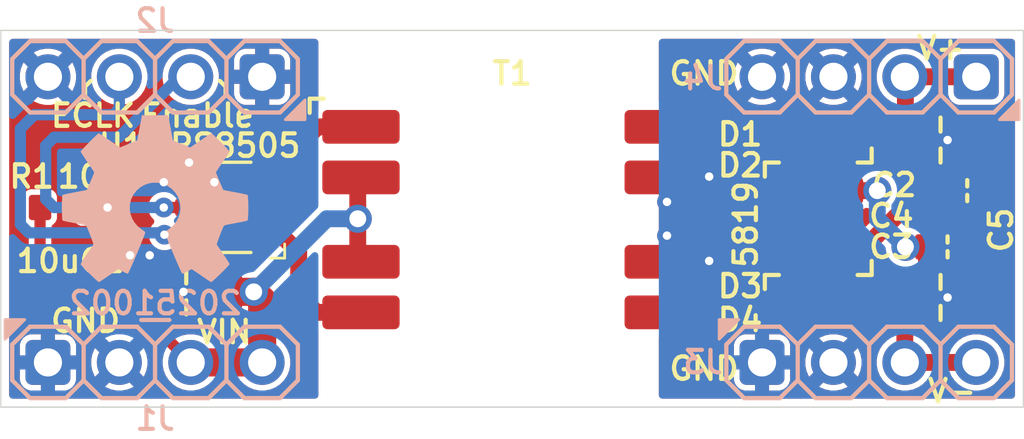
<source format=kicad_pcb>
(kicad_pcb (version 20241229) (generator "pcbnew") (generator_version "9.0")
  (layers (0 "F.Cu" mixed) (2 "B.Cu" mixed) (13 "F.Paste" user) (15 "B.Paste" user) (5 "F.SilkS" user "F.Silkscreen") (7 "B.SilkS" user "B.Silkscreen") (1 "F.Mask" user) (3 "B.Mask" user) (25 "Edge.Cuts" user))
  (net 0 "")
  (net 1 "GND")
  (net 2 "/VIN")
  (net 3 "/ExtClk")
  (net 4 "/Enable")
  (net 5 "/P1")
  (net 6 "/P2")
  (net 7 "/VOUT+")
  (net 8 "/VOUT-")
  (net 9 "Net-(D1-A)")
  (net 10 "Net-(D3-A)")
  (net 11 "GND1")
  (footprint "SquantorCapacitor:C_1206_0805" (layer "F.Cu") (at 163.83 84.8)
    (property "Reference" "C2" (at -1.65 1.6 0) (layer "F.SilkS") (effects (font (size 0.8 0.8))))
    (property "Value" "10u")
    (fp_line (start 0 -0.8) (end 0 -0.3) (stroke (width 0.15)) (layer "F.SilkS"))
    (fp_line (start 0 0.8) (end 0 0.3) (stroke (width 0.15)) (layer "F.SilkS"))
    (pad "1" smd roundrect (at -1.25 0) (size 1.5 1.6) (layers "F.Cu" "F.Mask" "F.Paste") (net 7 "/VOUT+"))
    (pad "2" smd roundrect (at 1.25 0) (size 1.5 1.6) (layers "F.Cu" "F.Mask" "F.Paste") (net 11 "GND1"))
  )
  (footprint "SquantorCapacitor:C_1206_0805" (layer "F.Cu") (at 163.83 90.4)
    (property "Reference" "C3" (at -1.75 -1.8 0) (layer "F.SilkS") (effects (font (size 0.8 0.8))))
    (property "Value" "10u")
    (fp_line (start 0 -0.8) (end 0 -0.3) (stroke (width 0.15)) (layer "F.SilkS"))
    (fp_line (start 0 0.8) (end 0 0.3) (stroke (width 0.15)) (layer "F.SilkS"))
    (pad "1" smd roundrect (at -1.25 0) (size 1.5 1.6) (layers "F.Cu" "F.Mask" "F.Paste") (net 8 "/VOUT-"))
    (pad "2" smd roundrect (at 1.25 0) (size 1.5 1.6) (layers "F.Cu" "F.Mask" "F.Paste") (net 11 "GND1"))
  )
  (footprint "SquantorCapacitor:C_0603" (layer "F.Cu") (at 164.78 86.6)
    (property "Reference" "C5" (at 1.2 1.4 90) (layer "F.SilkS") (effects (font (size 0.8 0.8))))
    (property "Value" "1u")
    (fp_line (start 0 -0.15) (end 0 -0.375) (stroke (width 0.15)) (layer "F.SilkS"))
    (fp_line (start 0 0.375) (end 0 0.15) (stroke (width 0.15)) (layer "F.SilkS"))
    (pad "1" smd roundrect (at -0.75 0) (size 0.8 0.9) (layers "F.Cu" "F.Mask" "F.Paste") (roundrect_rratio 0.125) (net 7 "/VOUT+"))
    (pad "2" smd roundrect (at 0.75 0) (size 0.8 0.9) (layers "F.Cu" "F.Mask" "F.Paste") (roundrect_rratio 0.125) (net 11 "GND1"))
  )
  (footprint "SquantorVPSC:T_2W_8pin_hand" (layer "F.Cu") (at 148.59 87.63)
    (property "Reference" "T1" (at 0 -5.2 0) (layer "F.SilkS") (effects (font (size 0.8 0.8))))
    (property "Value" "~")
    (fp_line (start -7.2 -4.3) (end -7.2 -3.8) (stroke (width 0.15)) (layer "F.SilkS"))
    (fp_line (start -7.2 -4.3) (end -6.7 -4.3) (stroke (width 0.15)) (layer "F.SilkS"))
    (pad "1" smd roundrect (at -5.375 -3.3) (size 2.75 1.2) (layers "F.Cu" "F.Mask" "F.Paste") (roundrect_rratio 0.15) (net 6 "/P2"))
    (pad "2" smd roundrect (at -5.375 -1.5) (size 2.75 1.2) (layers "F.Cu" "F.Mask" "F.Paste") (roundrect_rratio 0.15) (net 2 "/VIN"))
    (pad "3" smd roundrect (at -5.375 1.5) (size 2.75 1.2) (layers "F.Cu" "F.Mask" "F.Paste") (roundrect_rratio 0.15) (net 2 "/VIN"))
    (pad "4" smd roundrect (at -5.375 3.3) (size 2.75 1.2) (layers "F.Cu" "F.Mask" "F.Paste") (roundrect_rratio 0.15) (net 5 "/P1"))
    (pad "5" smd roundrect (at 5.375 3.3) (size 2.75 1.2) (layers "F.Cu" "F.Mask" "F.Paste") (roundrect_rratio 0.15) (net 10 "Net-(D3-A)"))
    (pad "6" smd roundrect (at 5.375 1.5) (size 2.75 1.2) (layers "F.Cu" "F.Mask" "F.Paste") (roundrect_rratio 0.15) (net 11 "GND1"))
    (pad "7" smd roundrect (at 5.375 -1.5) (size 2.75 1.2) (layers "F.Cu" "F.Mask" "F.Paste") (roundrect_rratio 0.15) (net 11 "GND1"))
    (pad "8" smd roundrect (at 5.375 -3.3) (size 2.75 1.2) (layers "F.Cu" "F.Mask" "F.Paste") (roundrect_rratio 0.15) (net 9 "Net-(D1-A)"))
  )
  (footprint "SquantorDiodes:SOD-323HE-shikues" (layer "F.Cu") (at 159.48 90.6)
    (property "Reference" "D4" (at -2.78 0.6 0) (layer "F.SilkS") (effects (font (size 0.8 0.8))))
    (property "Value" "5819")
    (fp_line (start -1.9 -1) (end -1.9 -0.5) (stroke (width 0.15)) (layer "F.SilkS"))
    (fp_line (start -1.9 -1) (end -1.4 -1) (stroke (width 0.15)) (layer "F.SilkS"))
    (pad "1" smd roundrect (at -0.675 0) (size 1.85 1.1) (layers "F.Cu" "F.Mask" "F.Paste") (roundrect_rratio 0.2) (net 10 "Net-(D3-A)"))
    (pad "2" smd roundrect (at 1.15 0) (size 0.9 1) (layers "F.Cu" "F.Mask" "F.Paste") (roundrect_rratio 0.2) (net 8 "/VOUT-"))
  )
  (footprint "SquantorDiodes:SOD-323HE-shikues" (layer "F.Cu") (at 159.48 88.6 180)
    (property "Reference" "D3" (at 2.78 -1.4 0) (layer "F.SilkS") (effects (font (size 0.8 0.8))))
    (property "Value" "5819")
    (fp_line (start -1.9 -1) (end -1.4 -1) (stroke (width 0.15)) (layer "F.SilkS"))
    (fp_line (start -1.9 -1) (end -1.9 -0.5) (stroke (width 0.15)) (layer "F.SilkS"))
    (pad "1" smd roundrect (at -0.675 0 180) (size 1.85 1.1) (layers "F.Cu" "F.Mask" "F.Paste") (roundrect_rratio 0.2) (net 7 "/VOUT+"))
    (pad "2" smd roundrect (at 1.15 0 180) (size 0.9 1) (layers "F.Cu" "F.Mask" "F.Paste") (roundrect_rratio 0.2) (net 10 "Net-(D3-A)"))
  )
  (footprint "SquantorResistor:R_0603_hand" (layer "F.Cu") (at 132.7 87.2)
    (property "Reference" "R1" (at -1.2 -1.1 0) (layer "F.SilkS") (effects (font (size 0.8 0.8))))
    (property "Value" "10K" (at 0.9 -1.1 0) (layer "F.SilkS") (effects (font (size 0.8 0.8))))
    (fp_line (start 0 -0.2) (end 0 0.2) (stroke (width 0.15)) (layer "F.SilkS"))
    (pad "1" smd roundrect (at -0.9 0) (size 0.8 0.9) (layers "F.Cu" "F.Mask" "F.Paste") (roundrect_rratio 0.1428571429) (net 2 "/VIN"))
    (pad "2" smd roundrect (at 0.9 0) (size 0.8 0.9) (layers "F.Cu" "F.Mask" "F.Paste") (roundrect_rratio 0.1428571429) (net 4 "/Enable"))
  )
  (footprint "SquantorCapacitor:C_1206_0805" (layer "F.Cu") (at 137 90.2)
    (property "Reference" "C1" (at -3 -1.1 0) (layer "F.SilkS") (effects (font (size 0.8 0.8))))
    (property "Value" "10u" (at -4.9 -1.1 0) (layer "F.SilkS") (effects (font (size 0.8 0.8))))
    (fp_line (start 0 -0.8) (end 0 -0.3) (stroke (width 0.15)) (layer "F.SilkS"))
    (fp_line (start 0 0.8) (end 0 0.3) (stroke (width 0.15)) (layer "F.SilkS"))
    (pad "1" smd roundrect (at -1.25 0) (size 1.5 1.6) (layers "F.Cu" "F.Mask" "F.Paste") (net 1 "GND"))
    (pad "2" smd roundrect (at 1.25 0) (size 1.5 1.6) (layers "F.Cu" "F.Mask" "F.Paste") (net 2 "/VIN"))
  )
  (footprint "SquantorDiodes:SOD-323HE-shikues" (layer "F.Cu") (at 159.48 86.6)
    (property "Reference" "D2" (at -2.78 -0.9 0) (layer "F.SilkS") (effects (font (size 0.8 0.8))))
    (property "Value" "5819" (at -2.58 1.2 90) (layer "F.SilkS") (effects (font (size 0.8 0.8))))
    (fp_line (start -1.9 -1) (end -1.9 -0.5) (stroke (width 0.15)) (layer "F.SilkS"))
    (fp_line (start -1.9 -1) (end -1.4 -1) (stroke (width 0.15)) (layer "F.SilkS"))
    (pad "1" smd roundrect (at -0.675 0) (size 1.85 1.1) (layers "F.Cu" "F.Mask" "F.Paste") (roundrect_rratio 0.2) (net 9 "Net-(D1-A)"))
    (pad "2" smd roundrect (at 1.15 0) (size 0.9 1) (layers "F.Cu" "F.Mask" "F.Paste") (roundrect_rratio 0.2) (net 8 "/VOUT-"))
  )
  (footprint "SquantorIC:SOT23-6-HAND" (layer "F.Cu") (at 138.4 87.2 180)
    (property "Reference" "U1" (at 3.7 2.2 0) (layer "F.SilkS") (effects (font (size 0.8 0.8))))
    (property "Value" "VPS8505" (at 0 2.2 0) (layer "F.SilkS") (effects (font (size 0.8 0.8))))
    (fp_line (start 0.9 -1.6) (end -0.9 -1.6) (stroke (width 0.12)) (layer "F.SilkS"))
    (fp_line (start -0.9 1.61) (end 0.9 1.61) (stroke (width 0.12)) (layer "F.SilkS"))
    (fp_line (start -2.1 -1.8) (end -1.6 -1.8) (stroke (width 0.1)) (layer "F.SilkS"))
    (fp_line (start -2.1 -1.8) (end -2.1 -1.3) (stroke (width 0.1)) (layer "F.SilkS"))
    (pad "1" smd roundrect (at -1.2 -0.95 180) (size 1.2 0.65) (layers "F.Cu" "F.Mask" "F.Paste") (roundrect_rratio 0.2) (net 5 "/P1"))
    (pad "2" smd roundrect (at -1.2 0 180) (size 1.2 0.65) (layers "F.Cu" "F.Mask" "F.Paste") (roundrect_rratio 0.2) (net 2 "/VIN"))
    (pad "3" smd roundrect (at -1.2 0.95 180) (size 1.2 0.65) (layers "F.Cu" "F.Mask" "F.Paste") (roundrect_rratio 0.2) (net 6 "/P2"))
    (pad "4" smd roundrect (at 1.2 0.95 180) (size 1.2 0.65) (layers "F.Cu" "F.Mask" "F.Paste") (roundrect_rratio 0.2) (net 1 "GND"))
    (pad "5" smd roundrect (at 1.2 0 180) (size 1.2 0.65) (layers "F.Cu" "F.Mask" "F.Paste") (roundrect_rratio 0.2) (net 4 "/Enable"))
    (pad "6" smd roundrect (at 1.2 -0.95 180) (size 1.2 0.65) (layers "F.Cu" "F.Mask" "F.Paste") (roundrect_rratio 0.2) (net 3 "/ExtClk"))
  )
  (footprint "SquantorCapacitor:C_0603" (layer "F.Cu") (at 164.08 88.6)
    (property "Reference" "C4" (at -2 -1.1 0) (layer "F.SilkS") (effects (font (size 0.8 0.8))))
    (property "Value" "1u")
    (fp_line (start 0 -0.15) (end 0 -0.375) (stroke (width 0.15)) (layer "F.SilkS"))
    (fp_line (start 0 0.375) (end 0 0.15) (stroke (width 0.15)) (layer "F.SilkS"))
    (pad "1" smd roundrect (at -0.75 0) (size 0.8 0.9) (layers "F.Cu" "F.Mask" "F.Paste") (roundrect_rratio 0.125) (net 8 "/VOUT-"))
    (pad "2" smd roundrect (at 0.75 0) (size 0.8 0.9) (layers "F.Cu" "F.Mask" "F.Paste") (roundrect_rratio 0.125) (net 11 "GND1"))
  )
  (footprint "SquantorDiodes:SOD-323HE-shikues" (layer "F.Cu") (at 159.48 84.6 180)
    (property "Reference" "D1" (at 2.78 0 0) (layer "F.SilkS") (effects (font (size 0.8 0.8))))
    (property "Value" "5819")
    (fp_line (start -1.9 -1) (end -1.4 -1) (stroke (width 0.15)) (layer "F.SilkS"))
    (fp_line (start -1.9 -1) (end -1.9 -0.5) (stroke (width 0.15)) (layer "F.SilkS"))
    (pad "1" smd roundrect (at -0.675 0 180) (size 1.85 1.1) (layers "F.Cu" "F.Mask" "F.Paste") (roundrect_rratio 0.2) (net 7 "/VOUT+"))
    (pad "2" smd roundrect (at 1.15 0 180) (size 0.9 1) (layers "F.Cu" "F.Mask" "F.Paste") (roundrect_rratio 0.2) (net 9 "Net-(D1-A)"))
  )
  (footprint "SquantorLabels:Label_Generic" (layer "B.Cu") (at 135.9 90.6 180)
    (property "Reference" "N1" (hide yes))
    (property "Value" "20251002" (at 0 0 0) (layer "B.SilkS") (effects (font (size 0.8 0.8)) (justify mirror)))
    (fp_line (start -0.5 -0.6) (end 0.5 -0.6) (stroke (width 0.15)) (layer "B.SilkS"))
  )
  (footprint "Symbol:OSHW-Symbol_6.7x6mm_SilkScreen" (layer "B.Cu") (at 135.9 86.9 180)
    (property "Reference" "N2" (hide yes))
    (property "Value" "OHWLOGO" (hide yes))
    (fp_poly (pts (xy 0.555814 2.531069) (xy 0.639635 2.086445) (xy 0.94892 1.958947) (xy 1.258206 1.831449) (xy 1.629246 2.083754) (xy 1.733157 2.154004) (xy 1.827087 2.216728) (xy 1.906652 2.269062) (xy 1.96747 2.308143) (xy 2.005157 2.331107) (xy 2.015421 2.336058) (xy 2.03391 2.323324) (xy 2.07342 2.288118) (xy 2.129522 2.234938) (xy 2.197787 2.168282) (xy 2.273786 2.092646) (xy 2.353092 2.012528) (xy 2.431275 1.932426) (xy 2.503907 1.856836) (xy 2.566559 1.790255) (xy 2.614803 1.737182) (xy 2.64421 1.702113) (xy 2.651241 1.690377) (xy 2.641123 1.66874) (xy 2.612759 1.621338) (xy 2.569129 1.552807) (xy 2.513218 1.467785) (xy 2.448006 1.370907) (xy 2.410219 1.31565) (xy 2.341343 1.214752) (xy 2.28014 1.123701) (xy 2.229578 1.04703) (xy 2.192628 0.989272) (xy 2.172258 0.954957) (xy 2.169197 0.947746) (xy 2.176136 0.927252) (xy 2.195051 0.879487) (xy 2.223087 0.811168) (xy 2.257391 0.729011) (xy 2.295109 0.63973) (xy 2.333387 0.550042) (xy 2.36937 0.466662) (xy 2.400206 0.396306) (xy 2.423039 0.34569) (xy 2.435017 0.321529) (xy 2.435724 0.320578) (xy 2.454531 0.315964) (xy 2.504618 0.305672) (xy 2.580793 0.290713) (xy 2.677865 0.272099) (xy 2.790643 0.250841) (xy 2.856442 0.238582) (xy 2.97695 0.215638) (xy 3.085797 0.193805) (xy 3.177476 0.174278) (xy 3.246481 0.158252) (xy 3.287304 0.146921) (xy 3.295511 0.143326) (xy 3.303548 0.118994) (xy 3.310033 0.064041) (xy 3.31497 -0.015108) (xy 3.318364 -0.112026) (xy 3.320218 -0.220287) (xy 3.320538 -0.333465) (xy 3.319327 -0.445135) (xy 3.31659 -0.548868) (xy 3.312331 -0.638241) (xy 3.306555 -0.706826) (xy 3.299267 -0.748197) (xy 3.294895 -0.75681) (xy 3.268764 -0.767133) (xy 3.213393 -0.781892) (xy 3.136107 -0.799352) (xy 3.04423 -0.81778) (xy 3.012158 -0.823741) (xy 2.857524 -0.852066) (xy 2.735375 -0.874876) (xy 2.641673 -0.89308) (xy 2.572384 -0.907583) (xy 2.523471 -0.919292) (xy 2.490897 -0.929115) (xy 2.470628 -0.937956) (xy 2.458626 -0.946724) (xy 2.456947 -0.948457) (xy 2.440184 -0.976371) (xy 2.414614 -1.030695) (xy 2.382788 -1.104777) (xy 2.34726 -1.191965) (xy 2.310583 -1.285608) (xy 2.275311 -1.379052) (xy 2.243996 -1.465647) (xy 2.219193 -1.53874) (xy 2.203454 -1.591678) (xy 2.199332 -1.617811) (xy 2.199676 -1.618726) (xy 2.213641 -1.640086) (xy 2.245322 -1.687084) (xy 2.291391 -1.754827) (xy 2.348518 -1.838423) (xy 2.413373 -1.932982) (xy 2.431843 -1.959854) (xy 2.497699 -2.057275) (xy 2.55565 -2.146163) (xy 2.602538 -2.221412) (xy 2.635207 -2.27792) (xy 2.6505 -2.310581) (xy 2.651241 -2.314593) (xy 2.638392 -2.335684) (xy 2.602888 -2.377464) (xy 2.549293 -2.435445) (xy 2.482171 -2.505135) (xy 2.406087 -2.582045) (xy 2.325604 -2.661683) (xy 2.245287 -2.739561) (xy 2.169699 -2.811186) (xy 2.103405 -2.87207) (xy 2.050969 -2.917721) (xy 2.016955 -2.94365) (xy 2.007545 -2.947883) (xy 1.985643 -2.937912) (xy 1.9408 -2.91102) (xy 1.880321 -2.871736) (xy 1.833789 -2.840117) (xy 1.749475 -2.782098) (xy 1.649626 -2.713784) (xy 1.549473 -2.645579) (xy 1.495627 -2.609075) (xy 1.313371 -2.4858) (xy 1.160381 -2.56852) (xy 1.090682 -2.604759) (xy 1.031414 -2.632926) (xy 0.991311 -2.648991) (xy 0.981103 -2.651226) (xy 0.968829 -2.634722) (xy 0.944613 -2.588082) (xy 0.910263 -2.515609) (xy 0.867588 -2.421606) (xy 0.818394 -2.310374) (xy 0.76449 -2.186215) (xy 0.707684 -2.053432) (xy 0.649782 -1.916327) (xy 0.592593 -1.779202) (xy 0.537924 -1.646358) (xy 0.487584 -1.522098) (xy 0.44338 -1.410725) (xy 0.407119 -1.316539) (xy 0.380609 -1.243844) (xy 0.365658 -1.196941) (xy 0.363254 -1.180833) (xy 0.382311 -1.160286) (xy 0.424036 -1.126933) (xy 0.479706 -1.087702) (xy 0.484378 -1.084599) (xy 0.628264 -0.969423) (xy 0.744283 -0.835053) (xy 0.83143 -0.685784) (xy 0.888699 -0.525913) (xy 0.915086 -0.359737) (xy 0.909585 -0.191552) (xy 0.87119 -0.025655) (xy 0.798895 0.133658) (xy 0.777626 0.168513) (xy 0.666996 0.309263) (xy 0.536302 0.422286) (xy 0.390064 0.506997) (xy 0.232808 0.562806) (xy 0.069057 0.589126) (xy -0.096667 0.58537) (xy -0.259838 0.55095) (xy -0.415935 0.485277) (xy -0.560433 0.387765) (xy -0.605131 0.348187) (xy -0.718888 0.224297) (xy -0.801782 0.093876) (xy -0.858644 -0.052315) (xy -0.890313 -0.197088) (xy -0.898131 -0.35986) (xy -0.872062 -0.52344) (xy -0.814755 -0.682298) (xy -0.728856 -0.830906) (xy -0.617014 -0.963735) (xy -0.481877 -1.075256) (xy -0.464117 -1.087011) (xy -0.40785 -1.125508) (xy -0.365077 -1.158863) (xy -0.344628 -1.18016) (xy -0.344331 -1.180833) (xy -0.348721 -1.203871) (xy -0.366124 -1.256157) (xy -0.394732 -1.33339) (xy -0.432735 -1.431268) (xy -0.478326 -1.545491) (xy -0.529697 -1.671758) (xy -0.585038 -1.805767) (xy -0.642542 -1.943218) (xy -0.700399 -2.079808) (xy -0.756802 -2.211237) (xy -0.809942 -2.333205) (xy -0.85801 -2.441409) (xy -0.899199 -2.531549) (xy -0.931699 -2.599323) (xy -0.953703 -2.64043) (xy -0.962564 -2.651226) (xy -0.98964 -2.642819) (xy -1.040303 -2.620272) (xy -1.105817 -2.587613) (xy -1.141841 -2.56852) (xy -1.294832 -2.4858) (xy -1.477088 -2.609075) (xy -1.570125 -2.672228) (xy -1.671985 -2.741727) (xy -1.767438 -2.807165) (xy -1.81525 -2.840117) (xy -1.882495 -2.885273) (xy -1.939436 -2.921057) (xy -1.978646 -2.942938) (xy -1.991381 -2.947563) (xy -2.009917 -2.935085) (xy -2.050941 -2.900252) (xy -2.110475 -2.846678) (xy -2.184542 -2.777983) (xy -2.269165 -2.697781) (xy -2.322685 -2.646286) (xy -2.416319 -2.554286) (xy -2.497241 -2.471999) (xy -2.562177 -2.402945) (xy -2.607858 -2.350644) (xy -2.631011 -2.318616) (xy -2.633232 -2.312116) (xy -2.622924 -2.287394) (xy -2.594439 -2.237405) (xy -2.550937 -2.167212) (xy -2.495577 -2.081875) (xy -2.43152 -1.986456) (xy -2.413303 -1.959854) (xy -2.346927 -1.863167) (xy -2.287378 -1.776117) (xy -2.237984 -1.703595) (xy -2.202075 -1.650493) (xy -2.182981 -1.621703) (xy -2.181136 -1.618726) (xy -2.183895 -1.595782) (xy -2.198538 -1.545336) (xy -2.222513 -1.474041) (xy -2.253266 -1.388547) (xy -2.288244 -1.295507) (xy -2.324893 -1.201574) (xy -2.360661 -1.113399) (xy -2.392994 -1.037634) (xy -2.419338 -0.980931) (xy -2.437142 -0.949943) (xy -2.438407 -0.948457) (xy -2.449294 -0.939601) (xy -2.467682 -0.930843) (xy -2.497606 -0.921277) (xy -2.543103 -0.909996) (xy -2.608209 -0.896093) (xy -2.696961 -0.878663) (xy -2.813393 -0.856798) (xy -2.961542 -0.829591) (xy -2.993618 -0.823741) (xy -3.088686 -0.805374) (xy -3.171565 -0.787405) (xy -3.23493 -0.771569) (xy -3.271458 -0.7596) (xy -3.276356 -0.75681) (xy -3.284427 -0.732072) (xy -3.290987 -0.67679) (xy -3.296033 -0.597389) (xy -3.299559 -0.500296) (xy -3.301561 -0.391938) (xy -3.302036 -0.27874) (xy -3.300977 -0.167128) (xy -3.298382 -0.063529) (xy -3.294246 0.025632) (xy -3.288563 0.093928) (xy -3.281331 0.134934) (xy -3.276971 0.143326) (xy -3.252698 0.151792) (xy -3.197426 0.165565) (xy -3.116662 0.18345) (xy -3.015912 0.204252) (xy -2.900683 0.226777) (xy -2.837902 0.238582) (xy -2.718787 0.260849) (xy -2.612565 0.281021) (xy -2.524427 0.298085) (xy -2.459566 0.311031) (xy -2.423174 0.318845) (xy -2.417184 0.320578) (xy -2.407061 0.34011) (xy -2.385662 0.387157) (xy -2.355839 0.454997) (xy -2.320445 0.536909) (xy -2.282332 0.626172) (xy -2.244353 0.716065) (xy -2.20936 0.799865) (xy -2.180206 0.870853) (xy -2.159743 0.922306) (xy -2.150823 0.947503) (xy -2.150657 0.948604) (xy -2.160769 0.968481) (xy -2.189117 1.014223) (xy -2.232723 1.081283) (xy -2.288606 1.165116) (xy -2.353787 1.261174) (xy -2.391679 1.31635) (xy -2.460725 1.417519) (xy -2.52205 1.50937) (xy -2.572663 1.587256) (xy -2.609571 1.646531) (xy -2.629782 1.682549) (xy -2.632701 1.690623) (xy -2.620153 1.709416) (xy -2.585463 1.749543) (xy -2.533063 1.806507) (xy -2.467384 1.875815) (xy -2.392856 1.952969) (xy -2.313913 2.033475) (xy -2.234983 2.112837) (xy -2.1605 2.18656) (xy -2.094894 2.250148) (xy -2.042596 2.299106) (xy -2.008039 2.328939) (xy -1.996478 2.336058) (xy -1.977654 2.326047) (xy -1.932631 2.297922) (xy -1.865787 2.254546) (xy -1.781499 2.198782) (xy -1.684144 2.133494) (xy -1.610707 2.083754) (xy -1.239667 1.831449) (xy -0.621095 2.086445) (xy -0.537275 2.531069) (xy -0.453454 2.975693) (xy 0.471994 2.975693) (xy 0.555814 2.531069)) (stroke (width 0.01)) (fill yes) (layer "B.SilkS"))
  )
  (footprint "SquantorConnectors:Header-0254-1X04-H010" (layer "B.Cu") (at 161.29 92.71)
    (property "Reference" "J3" (at -5.91 -0.01 0) (layer "B.SilkS") (effects (font (size 0.8 0.8) (thickness 0.15) (bold yes)) (justify mirror)))
    (property "Value" "Conn_01x04")
    (fp_line (start -5.08 -0.635) (end -4.445 -1.27) (stroke (width 0.1524)) (layer "B.SilkS"))
    (fp_line (start -5.08 0.635) (end -5.08 -0.635) (stroke (width 0.1524)) (layer "B.SilkS"))
    (fp_line (start -4.445 1.27) (end -5.08 0.635) (stroke (width 0.1524)) (layer "B.SilkS"))
    (fp_line (start -4.445 1.27) (end -3.175 1.27) (stroke (width 0.1524)) (layer "B.SilkS"))
    (fp_line (start -3.175 -1.27) (end -4.445 -1.27) (stroke (width 0.1524)) (layer "B.SilkS"))
    (fp_line (start -3.175 1.27) (end -2.54 0.635) (stroke (width 0.1524)) (layer "B.SilkS"))
    (fp_line (start -2.54 -0.635) (end -3.175 -1.27) (stroke (width 0.1524)) (layer "B.SilkS"))
    (fp_line (start -2.54 0.635) (end -2.54 -0.635) (stroke (width 0.1524)) (layer "B.SilkS"))
    (fp_line (start -2.54 0.635) (end -1.905 1.27) (stroke (width 0.1524)) (layer "B.SilkS"))
    (fp_line (start -1.905 -1.27) (end -2.54 -0.635) (stroke (width 0.1524)) (layer "B.SilkS"))
    (fp_line (start -1.905 1.27) (end -0.635 1.27) (stroke (width 0.1524)) (layer "B.SilkS"))
    (fp_line (start -0.635 -1.27) (end -1.905 -1.27) (stroke (width 0.1524)) (layer "B.SilkS"))
    (fp_line (start -0.635 1.27) (end 0 0.635) (stroke (width 0.1524)) (layer "B.SilkS"))
    (fp_line (start 0 -0.635) (end -0.635 -1.27) (stroke (width 0.1524)) (layer "B.SilkS"))
    (fp_line (start 0 0.635) (end 0 -0.635) (stroke (width 0.1524)) (layer "B.SilkS"))
    (fp_line (start 0 0.635) (end 0.635 1.27) (stroke (width 0.1524)) (layer "B.SilkS"))
    (fp_line (start 0.635 -1.27) (end 0 -0.635) (stroke (width 0.1524)) (layer "B.SilkS"))
    (fp_line (start 0.635 1.27) (end 1.905 1.27) (stroke (width 0.1524)) (layer "B.SilkS"))
    (fp_line (start 1.905 -1.27) (end 0.635 -1.27) (stroke (width 0.1524)) (layer "B.SilkS"))
    (fp_line (start 1.905 1.27) (end 2.54 0.635) (stroke (width 0.1524)) (layer "B.SilkS"))
    (fp_line (start 2.54 -0.635) (end 1.905 -1.27) (stroke (width 0.1524)) (layer "B.SilkS"))
    (fp_line (start 2.54 -0.635) (end 3.175 -1.27) (stroke (width 0.1524)) (layer "B.SilkS"))
    (fp_line (start 2.54 0.635) (end 2.54 -0.635) (stroke (width 0.1524)) (layer "B.SilkS"))
    (fp_line (start 3.175 1.27) (end 2.54 0.635) (stroke (width 0.1524)) (layer "B.SilkS"))
    (fp_line (start 3.175 1.27) (end 4.445 1.27) (stroke (width 0.1524)) (layer "B.SilkS"))
    (fp_line (start 4.445 -1.27) (end 3.175 -1.27) (stroke (width 0.1524)) (layer "B.SilkS"))
    (fp_line (start 4.445 1.27) (end 5.08 0.635) (stroke (width 0.1524)) (layer "B.SilkS"))
    (fp_line (start 5.08 -0.635) (end 4.445 -1.27) (stroke (width 0.1524)) (layer "B.SilkS"))
    (fp_line (start 5.08 0.635) (end 5.08 -0.635) (stroke (width 0.1524)) (layer "B.SilkS"))
    (fp_poly (pts (xy -5.334 -0.8255) (xy -5.334 -1.524) (xy -4.6355 -1.524)) (stroke (width 0.1)) (fill yes) (layer "B.SilkS"))
    (pad "1" thru_hole roundrect (at -3.81 0 180) (size 1.6 1.6) (drill 1) (layers "*.Cu" "*.Mask") (roundrect_rratio 0.15) (net 11 "GND1"))
    (pad "2" thru_hole circle (at -1.27 0 180) (size 1.6 1.6) (drill 1) (layers "*.Cu" "*.Mask") (net 11 "GND1"))
    (pad "3" thru_hole circle (at 1.27 0 180) (size 1.6 1.6) (drill 1) (layers "*.Cu" "*.Mask") (net 8 "/VOUT-"))
    (pad "4" thru_hole circle (at 3.81 0 180) (size 1.6 1.6) (drill 1) (layers "*.Cu" "*.Mask") (net 8 "/VOUT-"))
  )
  (footprint "SquantorConnectors:Header-0254-1X04-H010" (layer "B.Cu") (at 135.89 82.55 180)
    (property "Reference" "J2" (at 0 2 0) (layer "B.SilkS") (effects (font (size 0.8 0.8) (thickness 0.15) (bold yes)) (justify mirror)))
    (property "Value" "Conn_01x04")
    (fp_line (start 5.08 0.635) (end 5.08 -0.635) (stroke (width 0.1524)) (layer "B.SilkS"))
    (fp_line (start 5.08 -0.635) (end 4.445 -1.27) (stroke (width 0.1524)) (layer "B.SilkS"))
    (fp_line (start 4.445 1.27) (end 5.08 0.635) (stroke (width 0.1524)) (layer "B.SilkS"))
    (fp_line (start 4.445 -1.27) (end 3.175 -1.27) (stroke (width 0.1524)) (layer "B.SilkS"))
    (fp_line (start 3.175 1.27) (end 4.445 1.27) (stroke (width 0.1524)) (layer "B.SilkS"))
    (fp_line (start 3.175 1.27) (end 2.54 0.635) (stroke (width 0.1524)) (layer "B.SilkS"))
    (fp_line (start 2.54 0.635) (end 2.54 -0.635) (stroke (width 0.1524)) (layer "B.SilkS"))
    (fp_line (start 2.54 -0.635) (end 3.175 -1.27) (stroke (width 0.1524)) (layer "B.SilkS"))
    (fp_line (start 2.54 -0.635) (end 1.905 -1.27) (stroke (width 0.1524)) (layer "B.SilkS"))
    (fp_line (start 1.905 1.27) (end 2.54 0.635) (stroke (width 0.1524)) (layer "B.SilkS"))
    (fp_line (start 1.905 -1.27) (end 0.635 -1.27) (stroke (width 0.1524)) (layer "B.SilkS"))
    (fp_line (start 0.635 1.27) (end 1.905 1.27) (stroke (width 0.1524)) (layer "B.SilkS"))
    (fp_line (start 0.635 -1.27) (end 0 -0.635) (stroke (width 0.1524)) (layer "B.SilkS"))
    (fp_line (start 0 0.635) (end 0.635 1.27) (stroke (width 0.1524)) (layer "B.SilkS"))
    (fp_line (start 0 0.635) (end 0 -0.635) (stroke (width 0.1524)) (layer "B.SilkS"))
    (fp_line (start 0 -0.635) (end -0.635 -1.27) (stroke (width 0.1524)) (layer "B.SilkS"))
    (fp_line (start -0.635 1.27) (end 0 0.635) (stroke (width 0.1524)) (layer "B.SilkS"))
    (fp_line (start -0.635 -1.27) (end -1.905 -1.27) (stroke (width 0.1524)) (layer "B.SilkS"))
    (fp_line (start -1.905 1.27) (end -0.635 1.27) (stroke (width 0.1524)) (layer "B.SilkS"))
    (fp_line (start -1.905 -1.27) (end -2.54 -0.635) (stroke (width 0.1524)) (layer "B.SilkS"))
    (fp_line (start -2.54 0.635) (end -1.905 1.27) (stroke (width 0.1524)) (layer "B.SilkS"))
    (fp_line (start -2.54 0.635) (end -2.54 -0.635) (stroke (width 0.1524)) (layer "B.SilkS"))
    (fp_line (start -2.54 -0.635) (end -3.175 -1.27) (stroke (width 0.1524)) (layer "B.SilkS"))
    (fp_line (start -3.175 1.27) (end -2.54 0.635) (stroke (width 0.1524)) (layer "B.SilkS"))
    (fp_line (start -3.175 -1.27) (end -4.445 -1.27) (stroke (width 0.1524)) (layer "B.SilkS"))
    (fp_line (start -4.445 1.27) (end -3.175 1.27) (stroke (width 0.1524)) (layer "B.SilkS"))
    (fp_line (start -4.445 1.27) (end -5.08 0.635) (stroke (width 0.1524)) (layer "B.SilkS"))
    (fp_line (start -5.08 0.635) (end -5.08 -0.635) (stroke (width 0.1524)) (layer "B.SilkS"))
    (fp_line (start -5.08 -0.635) (end -4.445 -1.27) (stroke (width 0.1524)) (layer "B.SilkS"))
    (fp_poly (pts (xy -5.334 -0.8255) (xy -5.334 -1.524) (xy -4.6355 -1.524)) (stroke (width 0.1)) (fill yes) (layer "B.SilkS"))
    (pad "1" thru_hole roundrect (at -3.81 0) (size 1.6 1.6) (drill 1) (layers "*.Cu" "*.Mask") (roundrect_rratio 0.15) (net 1 "GND"))
    (pad "2" thru_hole circle (at -1.27 0) (size 1.6 1.6) (drill 1) (layers "*.Cu" "*.Mask") (net 4 "/Enable"))
    (pad "3" thru_hole circle (at 1.27 0) (size 1.6 1.6) (drill 1) (layers "*.Cu" "*.Mask") (net 3 "/ExtClk"))
    (pad "4" thru_hole circle (at 3.81 0) (size 1.6 1.6) (drill 1) (layers "*.Cu" "*.Mask") (net 1 "GND"))
  )
  (footprint "SquantorConnectors:Header-0254-1X04-H010" (layer "B.Cu") (at 135.89 92.71)
    (property "Reference" "J1" (at 0 2 180) (layer "B.SilkS") (effects (font (size 0.8 0.8) (thickness 0.15) (bold yes)) (justify mirror)))
    (property "Value" "Conn_01x04")
    (fp_line (start -5.08 -0.635) (end -4.445 -1.27) (stroke (width 0.1524)) (layer "B.SilkS"))
    (fp_line (start -5.08 0.635) (end -5.08 -0.635) (stroke (width 0.1524)) (layer "B.SilkS"))
    (fp_line (start -4.445 1.27) (end -5.08 0.635) (stroke (width 0.1524)) (layer "B.SilkS"))
    (fp_line (start -4.445 1.27) (end -3.175 1.27) (stroke (width 0.1524)) (layer "B.SilkS"))
    (fp_line (start -3.175 -1.27) (end -4.445 -1.27) (stroke (width 0.1524)) (layer "B.SilkS"))
    (fp_line (start -3.175 1.27) (end -2.54 0.635) (stroke (width 0.1524)) (layer "B.SilkS"))
    (fp_line (start -2.54 -0.635) (end -3.175 -1.27) (stroke (width 0.1524)) (layer "B.SilkS"))
    (fp_line (start -2.54 0.635) (end -2.54 -0.635) (stroke (width 0.1524)) (layer "B.SilkS"))
    (fp_line (start -2.54 0.635) (end -1.905 1.27) (stroke (width 0.1524)) (layer "B.SilkS"))
    (fp_line (start -1.905 -1.27) (end -2.54 -0.635) (stroke (width 0.1524)) (layer "B.SilkS"))
    (fp_line (start -1.905 1.27) (end -0.635 1.27) (stroke (width 0.1524)) (layer "B.SilkS"))
    (fp_line (start -0.635 -1.27) (end -1.905 -1.27) (stroke (width 0.1524)) (layer "B.SilkS"))
    (fp_line (start -0.635 1.27) (end 0 0.635) (stroke (width 0.1524)) (layer "B.SilkS"))
    (fp_line (start 0 -0.635) (end -0.635 -1.27) (stroke (width 0.1524)) (layer "B.SilkS"))
    (fp_line (start 0 0.635) (end 0 -0.635) (stroke (width 0.1524)) (layer "B.SilkS"))
    (fp_line (start 0 0.635) (end 0.635 1.27) (stroke (width 0.1524)) (layer "B.SilkS"))
    (fp_line (start 0.635 -1.27) (end 0 -0.635) (stroke (width 0.1524)) (layer "B.SilkS"))
    (fp_line (start 0.635 1.27) (end 1.905 1.27) (stroke (width 0.1524)) (layer "B.SilkS"))
    (fp_line (start 1.905 -1.27) (end 0.635 -1.27) (stroke (width 0.1524)) (layer "B.SilkS"))
    (fp_line (start 1.905 1.27) (end 2.54 0.635) (stroke (width 0.1524)) (layer "B.SilkS"))
    (fp_line (start 2.54 -0.635) (end 1.905 -1.27) (stroke (width 0.1524)) (layer "B.SilkS"))
    (fp_line (start 2.54 -0.635) (end 3.175 -1.27) (stroke (width 0.1524)) (layer "B.SilkS"))
    (fp_line (start 2.54 0.635) (end 2.54 -0.635) (stroke (width 0.1524)) (layer "B.SilkS"))
    (fp_line (start 3.175 1.27) (end 2.54 0.635) (stroke (width 0.1524)) (layer "B.SilkS"))
    (fp_line (start 3.175 1.27) (end 4.445 1.27) (stroke (width 0.1524)) (layer "B.SilkS"))
    (fp_line (start 4.445 -1.27) (end 3.175 -1.27) (stroke (width 0.1524)) (layer "B.SilkS"))
    (fp_line (start 4.445 1.27) (end 5.08 0.635) (stroke (width 0.1524)) (layer "B.SilkS"))
    (fp_line (start 5.08 -0.635) (end 4.445 -1.27) (stroke (width 0.1524)) (layer "B.SilkS"))
    (fp_line (start 5.08 0.635) (end 5.08 -0.635) (stroke (width 0.1524)) (layer "B.SilkS"))
    (fp_poly (pts (xy -5.334 -0.8255) (xy -5.334 -1.524) (xy -4.6355 -1.524)) (stroke (width 0.1)) (fill yes) (layer "B.SilkS"))
    (pad "1" thru_hole roundrect (at -3.81 0 180) (size 1.6 1.6) (drill 1) (layers "*.Cu" "*.Mask") (roundrect_rratio 0.15) (net 1 "GND"))
    (pad "2" thru_hole circle (at -1.27 0 180) (size 1.6 1.6) (drill 1) (layers "*.Cu" "*.Mask") (net 1 "GND"))
    (pad "3" thru_hole circle (at 1.27 0 180) (size 1.6 1.6) (drill 1) (layers "*.Cu" "*.Mask") (net 2 "/VIN"))
    (pad "4" thru_hole circle (at 3.81 0 180) (size 1.6 1.6) (drill 1) (layers "*.Cu" "*.Mask") (net 2 "/VIN"))
  )
  (footprint "SquantorConnectors:Header-0254-1X04-H010" (layer "B.Cu") (at 161.29 82.55 180)
    (property "Reference" "J4" (at 5.91 -0.05 0) (layer "B.SilkS") (effects (font (size 0.8 0.8) (thickness 0.15) (bold yes)) (justify mirror)))
    (property "Value" "Conn_01x04")
    (fp_line (start 5.08 0.635) (end 5.08 -0.635) (stroke (width 0.1524)) (layer "B.SilkS"))
    (fp_line (start 5.08 -0.635) (end 4.445 -1.27) (stroke (width 0.1524)) (layer "B.SilkS"))
    (fp_line (start 4.445 1.27) (end 5.08 0.635) (stroke (width 0.1524)) (layer "B.SilkS"))
    (fp_line (start 4.445 -1.27) (end 3.175 -1.27) (stroke (width 0.1524)) (layer "B.SilkS"))
    (fp_line (start 3.175 1.27) (end 4.445 1.27) (stroke (width 0.1524)) (layer "B.SilkS"))
    (fp_line (start 3.175 1.27) (end 2.54 0.635) (stroke (width 0.1524)) (layer "B.SilkS"))
    (fp_line (start 2.54 0.635) (end 2.54 -0.635) (stroke (width 0.1524)) (layer "B.SilkS"))
    (fp_line (start 2.54 -0.635) (end 3.175 -1.27) (stroke (width 0.1524)) (layer "B.SilkS"))
    (fp_line (start 2.54 -0.635) (end 1.905 -1.27) (stroke (width 0.1524)) (layer "B.SilkS"))
    (fp_line (start 1.905 1.27) (end 2.54 0.635) (stroke (width 0.1524)) (layer "B.SilkS"))
    (fp_line (start 1.905 -1.27) (end 0.635 -1.27) (stroke (width 0.1524)) (layer "B.SilkS"))
    (fp_line (start 0.635 1.27) (end 1.905 1.27) (stroke (width 0.1524)) (layer "B.SilkS"))
    (fp_line (start 0.635 -1.27) (end 0 -0.635) (stroke (width 0.1524)) (layer "B.SilkS"))
    (fp_line (start 0 0.635) (end 0.635 1.27) (stroke (width 0.1524)) (layer "B.SilkS"))
    (fp_line (start 0 0.635) (end 0 -0.635) (stroke (width 0.1524)) (layer "B.SilkS"))
    (fp_line (start 0 -0.635) (end -0.635 -1.27) (stroke (width 0.1524)) (layer "B.SilkS"))
    (fp_line (start -0.635 1.27) (end 0 0.635) (stroke (width 0.1524)) (layer "B.SilkS"))
    (fp_line (start -0.635 -1.27) (end -1.905 -1.27) (stroke (width 0.1524)) (layer "B.SilkS"))
    (fp_line (start -1.905 1.27) (end -0.635 1.27) (stroke (width 0.1524)) (layer "B.SilkS"))
    (fp_line (start -1.905 -1.27) (end -2.54 -0.635) (stroke (width 0.1524)) (layer "B.SilkS"))
    (fp_line (start -2.54 0.635) (end -1.905 1.27) (stroke (width 0.1524)) (layer "B.SilkS"))
    (fp_line (start -2.54 0.635) (end -2.54 -0.635) (stroke (width 0.1524)) (layer "B.SilkS"))
    (fp_line (start -2.54 -0.635) (end -3.175 -1.27) (stroke (width 0.1524)) (layer "B.SilkS"))
    (fp_line (start -3.175 1.27) (end -2.54 0.635) (stroke (width 0.1524)) (layer "B.SilkS"))
    (fp_line (start -3.175 -1.27) (end -4.445 -1.27) (stroke (width 0.1524)) (layer "B.SilkS"))
    (fp_line (start -4.445 1.27) (end -3.175 1.27) (stroke (width 0.1524)) (layer "B.SilkS"))
    (fp_line (start -4.445 1.27) (end -5.08 0.635) (stroke (width 0.1524)) (layer "B.SilkS"))
    (fp_line (start -5.08 0.635) (end -5.08 -0.635) (stroke (width 0.1524)) (layer "B.SilkS"))
    (fp_line (start -5.08 -0.635) (end -4.445 -1.27) (stroke (width 0.1524)) (layer "B.SilkS"))
    (fp_poly (pts (xy -5.334 -0.8255) (xy -5.334 -1.524) (xy -4.6355 -1.524)) (stroke (width 0.1)) (fill yes) (layer "B.SilkS"))
    (pad "1" thru_hole roundrect (at -3.81 0) (size 1.6 1.6) (drill 1) (layers "*.Cu" "*.Mask") (roundrect_rratio 0.15) (net 7 "/VOUT+"))
    (pad "2" thru_hole circle (at -1.27 0) (size 1.6 1.6) (drill 1) (layers "*.Cu" "*.Mask") (net 7 "/VOUT+"))
    (pad "3" thru_hole circle (at 1.27 0) (size 1.6 1.6) (drill 1) (layers "*.Cu" "*.Mask") (net 11 "GND1"))
    (pad "4" thru_hole circle (at 3.81 0) (size 1.6 1.6) (drill 1) (layers "*.Cu" "*.Mask") (net 11 "GND1"))
  )
  (gr_line (start 133.4 82.9) (end 133.6 82.7) (stroke (width 0.15)) (layer "F.SilkS"))
  (gr_line (start 133.4 83.3) (end 133.4 82.9) (stroke (width 0.15)) (layer "F.SilkS"))
  (gr_line (start 138.4 83.2) (end 138.4 82.9) (stroke (width 0.15)) (layer "F.SilkS"))
  (gr_line (start 138.4 82.9) (end 138.2 82.7) (stroke (width 0.15)) (layer "F.SilkS"))
  (gr_rect (start 130.4 80.9) (end 166.78 94.3) (stroke (width 0.05)) (fill no) (layer "Edge.Cuts"))
  (gr_text "V+" (at 162.9 82 0) (layer "F.SilkS") (effects (font (size 0.8 0.8) (thickness 0.15) (bold yes)) (justify left bottom)))
  (gr_text "GND" (at 154.1 82.9 0) (layer "F.SilkS") (effects (font (size 0.8 0.8) (thickness 0.15) (bold yes)) (justify left bottom)))
  (gr_text "ECLK" (at 132.1 84.4 0) (layer "F.SilkS") (effects (font (size 0.8 0.8) (thickness 0.15) (bold yes)) (justify left bottom)))
  (gr_text "VIN" (at 137.3 92.1 0) (layer "F.SilkS") (effects (font (size 0.8 0.8) (thickness 0.15) (bold yes)) (justify left bottom)))
  (gr_text "V-" (at 163.3 94.2 0) (layer "F.SilkS") (effects (font (size 0.8 0.8) (thickness 0.15) (bold yes)) (justify left bottom)))
  (gr_text "GND" (at 154.1 93.4 0) (layer "F.SilkS") (effects (font (size 0.8 0.8) (thickness 0.15) (bold yes)) (justify left bottom)))
  (gr_text "Enable" (at 135.3 84.4 0) (layer "F.SilkS") (effects (font (size 0.8 0.8) (thickness 0.15) (bold yes)) (justify left bottom)))
  (gr_text "GND" (at 132.1 91.7 0) (layer "F.SilkS") (effects (font (size 0.8 0.8) (thickness 0.15) (bold yes)) (justify left bottom)))
  (via (at 135 88.9) (size 0.7) (drill 0.3) (layers "F.Cu" "B.Cu") (net 1))
  (via (at 137.1 85.6) (size 0.7) (drill 0.3) (layers "F.Cu" "B.Cu") (net 1))
  (via (at 135.7 88.9) (size 0.7) (drill 0.3) (layers "F.Cu" "B.Cu") (net 1))
  (via (at 138 86.3) (size 0.7) (drill 0.3) (layers "F.Cu" "B.Cu") (net 1))
  (via (at 136.9 90.2) (size 0.7) (drill 0.3) (layers "F.Cu" "B.Cu") (net 1))
  (via (at 136.2 86.3) (size 0.7) (drill 0.3) (layers "F.Cu" "B.Cu") (net 1))
  (segment (start 138.25 90.2) (end 139.4 90.2) (width 1) (layer "F.Cu") (net 2))
  (segment (start 135.7 91.7) (end 135.5 91.5) (width 0.4) (layer "F.Cu") (net 2))
  (segment (start 134.2 91.5) (end 131.8 89.1) (width 0.4) (layer "F.Cu") (net 2))
  (segment (start 143.1 89.015) (end 143.215 89.13) (width 0.6) (layer "F.Cu") (net 2))
  (segment (start 139.7 90.5) (end 139.7 92.71) (width 1) (layer "F.Cu") (net 2))
  (segment (start 138.4 90.05) (end 138.25 90.2) (width 0.8) (layer "F.Cu") (net 2))
  (segment (start 138.4 87.3) (end 138.5 87.3) (width 0.6) (layer "F.Cu") (net 2))
  (segment (start 138.4 87.3) (end 138.4 90.05) (width 0.8) (layer "F.Cu") (net 2))
  (segment (start 138.5 87.3) (end 138.6 87.2) (width 0.6) (layer "F.Cu") (net 2))
  (segment (start 137.16 92.71) (end 139.7 92.71) (width 1) (layer "F.Cu") (net 2))
  (segment (start 136.15 91.7) (end 135.7 91.7) (width 0.4) (layer "F.Cu") (net 2))
  (segment (start 135.5 91.5) (end 134.2 91.5) (width 0.4) (layer "F.Cu") (net 2))
  (segment (start 138.6 87.2) (end 139.7 87.2) (width 0.6) (layer "F.Cu") (net 2))
  (segment (start 143.1 86.245) (end 143.215 86.13) (width 0.6) (layer "F.Cu") (net 2))
  (segment (start 131.8 89.1) (end 131.8 87.2) (width 0.4) (layer "F.Cu") (net 2))
  (segment (start 137.16 92.71) (end 136.15 91.7) (width 0.4) (layer "F.Cu") (net 2))
  (segment (start 139.4 90.2) (end 139.7 90.5) (width 1) (layer "F.Cu") (net 2))
  (segment (start 143.1 87.6) (end 143.1 86.245) (width 0.6) (layer "F.Cu") (net 2))
  (segment (start 143.1 87.6) (end 143.1 89.015) (width 0.6) (layer "F.Cu") (net 2))
  (via (at 139.4 90.2) (size 1) (drill 0.6) (layers "F.Cu" "B.Cu") (net 2))
  (via (at 143.1 87.6) (size 1) (drill 0.6) (layers "F.Cu" "B.Cu") (net 2))
  (segment (start 142 87.6) (end 139.4 90.2) (width 0.6) (layer "B.Cu") (net 2))
  (segment (start 143.1 87.6) (end 142 87.6) (width 0.6) (layer "B.Cu") (net 2))
  (segment (start 136.240754 88.15) (end 136.223116 88.167638) (width 0.4) (layer "F.Cu") (net 3))
  (segment (start 137.1 88.15) (end 136.240754 88.15) (width 0.4) (layer "F.Cu") (net 3))
  (via (at 136.223116 88.167638) (size 0.7) (drill 0.3) (layers "F.Cu" "B.Cu") (net 3))
  (segment (start 131.6 83.9) (end 134.4 83.9) (width 0.4) (layer "B.Cu") (net 3))
  (segment (start 134.62 83.68) (end 134.62 82.55) (width 0.4) (layer "B.Cu") (net 3))
  (segment (start 136.223116 88.167638) (end 136.155478 88.1) (width 0.4) (layer "B.Cu") (net 3))
  (segment (start 134.4 83.9) (end 134.62 83.68) (width 0.4) (layer "B.Cu") (net 3))
  (segment (start 131.4 88.1) (end 131.1 87.8) (width 0.4) (layer "B.Cu") (net 3))
  (segment (start 136.155478 88.1) (end 131.4 88.1) (width 0.4) (layer "B.Cu") (net 3))
  (segment (start 131.1 84.4) (end 131.6 83.9) (width 0.4) (layer "B.Cu") (net 3))
  (segment (start 131.1 87.8) (end 131.1 84.4) (width 0.4) (layer "B.Cu") (net 3))
  (segment (start 133.6 87.2) (end 134.2 87.2) (width 0.4) (layer "F.Cu") (net 4))
  (segment (start 137.1 87.2) (end 136.2 87.2) (width 0.4) (layer "F.Cu") (net 4))
  (via (at 136.2 87.2) (size 0.7) (drill 0.3) (layers "F.Cu" "B.Cu") (net 4))
  (via (at 134.2 87.2) (size 0.7) (drill 0.3) (layers "F.Cu" "B.Cu") (net 4))
  (segment (start 132 85) (end 132.3 84.7) (width 0.4) (layer "B.Cu") (net 4))
  (segment (start 132.3 84.7) (end 134.605 84.7) (width 0.4) (layer "B.Cu") (net 4))
  (segment (start 134.605 84.7) (end 136.755 82.55) (width 0.4) (layer "B.Cu") (net 4))
  (segment (start 132 86.9) (end 132 85) (width 0.4) (layer "B.Cu") (net 4))
  (segment (start 134.2 87.2) (end 132.3 87.2) (width 0.4) (layer "B.Cu") (net 4))
  (segment (start 136.755 82.55) (end 137.16 82.55) (width 0.4) (layer "B.Cu") (net 4))
  (segment (start 136.2 87.2) (end 134.2 87.2) (width 0.4) (layer "B.Cu") (net 4))
  (segment (start 132.3 87.2) (end 132 86.9) (width 0.4) (layer "B.Cu") (net 4))
  (segment (start 141 88.8) (end 141 90.3) (width 0.6) (layer "F.Cu") (net 5))
  (segment (start 141 90.3) (end 141.63 90.93) (width 0.6) (layer "F.Cu") (net 5))
  (segment (start 141.63 90.93) (end 143.215 90.93) (width 0.6) (layer "F.Cu") (net 5))
  (segment (start 139.6 88.15) (end 140.35 88.15) (width 0.6) (layer "F.Cu") (net 5))
  (segment (start 140.35 88.15) (end 141 88.8) (width 0.6) (layer "F.Cu") (net 5))
  (segment (start 140.35 86.25) (end 141 85.6) (width 0.6) (layer "F.Cu") (net 6))
  (segment (start 141 85.6) (end 141 85) (width 0.6) (layer "F.Cu") (net 6))
  (segment (start 141.67 84.33) (end 143.215 84.33) (width 0.6) (layer "F.Cu") (net 6))
  (segment (start 139.6 86.25) (end 140.35 86.25) (width 0.6) (layer "F.Cu") (net 6))
  (segment (start 141 85) (end 141.67 84.33) (width 0.6) (layer "F.Cu") (net 6))
  (segment (start 160.155 88.6) (end 161.164372 88.6) (width 0.6) (layer "F.Cu") (net 7))
  (segment (start 162.58 84.8) (end 162.58 82.57) (width 0.6) (layer "F.Cu") (net 7))
  (segment (start 162.58 84.8) (end 163.68 85.9) (width 0.6) (layer "F.Cu") (net 7))
  (segment (start 163.68 86.25) (end 164.03 86.6) (width 0.6) (layer "F.Cu") (net 7))
  (segment (start 161.08 84.6) (end 161.28 84.8) (width 0.6) (layer "F.Cu") (net 7))
  (segment (start 163.68 85.9) (end 163.68 86.25) (width 0.6) (layer "F.Cu") (net 7))
  (segment (start 161.28 84.8) (end 162.58 84.8) (width 0.6) (layer "F.Cu") (net 7))
  (segment (start 163.164372 86.6) (end 164.03 86.6) (width 0.6) (layer "F.Cu") (net 7))
  (segment (start 161.164372 88.6) (end 163.164372 86.6) (width 0.6) (layer "F.Cu") (net 7))
  (segment (start 162.58 82.57) (end 162.56 82.55) (width 0.6) (layer "F.Cu") (net 7))
  (segment (start 160.155 84.6) (end 161.08 84.6) (width 0.6) (layer "F.Cu") (net 7))
  (segment (start 162.56 82.55) (end 165.1 82.55) (width 0.6) (layer "F.Cu") (net 7))
  (segment (start 165.1 92.71) (end 162.56 92.71) (width 0.6) (layer "F.Cu") (net 8))
  (segment (start 162.58 88.6) (end 163.33 88.6) (width 0.6) (layer "F.Cu") (net 8))
  (segment (start 163.33 89.65) (end 163.33 88.6) (width 0.6) (layer "F.Cu") (net 8))
  (segment (start 160.63 90.6) (end 162.38 90.6) (width 0.6) (layer "F.Cu") (net 8))
  (segment (start 162.38 90.6) (end 162.58 90.4) (width 0.6) (layer "F.Cu") (net 8))
  (segment (start 160.63 86.6) (end 161.58 86.6) (width 0.6) (layer "F.Cu") (net 8))
  (segment (start 162.56 92.71) (end 162.56 90.42) (width 0.6) (layer "F.Cu") (net 8))
  (segment (start 162.56 90.42) (end 162.58 90.4) (width 0.6) (layer "F.Cu") (net 8))
  (segment (start 162.58 90.4) (end 163.33 89.65) (width 0.6) (layer "F.Cu") (net 8))
  (via (at 161.58 86.6) (size 1) (drill 0.6) (layers "F.Cu" "B.Cu") (net 8))
  (via (at 162.58 88.6) (size 1) (drill 0.6) (layers "F.Cu" "B.Cu") (net 8))
  (segment (start 161.58 87.6) (end 161.58 86.6) (width 0.6) (layer "B.Cu") (net 8))
  (segment (start 162.58 88.6) (end 161.58 87.6) (width 0.6) (layer "B.Cu") (net 8))
  (segment (start 157.23 84.33) (end 153.965 84.33) (width 0.6) (layer "F.Cu") (net 9))
  (segment (start 158.33 86.125) (end 158.805 86.6) (width 0.6) (layer "F.Cu") (net 9))
  (segment (start 158.33 84.6) (end 157.5 84.6) (width 0.6) (layer "F.Cu") (net 9))
  (segment (start 158.33 84.6) (end 158.33 86.125) (width 0.6) (layer "F.Cu") (net 9))
  (segment (start 157.5 84.6) (end 157.23 84.33) (width 0.6) (layer "F.Cu") (net 9))
  (segment (start 157.27 90.93) (end 153.965 90.93) (width 0.6) (layer "F.Cu") (net 10))
  (segment (start 158.805 90.6) (end 157.6 90.6) (width 0.6) (layer "F.Cu") (net 10))
  (segment (start 158.33 90.125) (end 158.805 90.6) (width 0.6) (layer "F.Cu") (net 10))
  (segment (start 157.6 90.6) (end 157.27 90.93) (width 0.6) (layer "F.Cu") (net 10))
  (segment (start 158.33 88.6) (end 158.33 90.125) (width 0.6) (layer "F.Cu") (net 10))
  (via (at 155.6 89.1) (size 0.7) (drill 0.3) (layers "F.Cu" "B.Cu") (net 11))
  (via (at 154.1 88.2) (size 0.7) (drill 0.3) (layers "F.Cu" "B.Cu") (net 11))
  (via (at 164.08 84.8) (size 0.7) (drill 0.3) (layers "F.Cu" "B.Cu") (net 11))
  (via (at 164.08 90.4) (size 0.7) (drill 0.3) (layers "F.Cu" "B.Cu") (net 11))
  (via (at 154.1 87) (size 0.7) (drill 0.3) (layers "F.Cu" "B.Cu") (net 11))
  (via (at 155.6 86.1) (size 0.7) (drill 0.3) (layers "F.Cu" "B.Cu") (net 11))
  (zone (net 1) (net_name "GND") (layers "F.Cu" "B.Cu") (connect_pads (clearance 0.2)) (min_thickness 0.25) (fill yes (thermal_gap 0.2) (thermal_bridge_width 0.5))
    (polygon (pts (xy 130.4 80.9) (xy 141.7 80.9) (xy 141.7 94.3) (xy 130.4 94.3)))
  )
  (zone (net 11) (net_name "GND1") (layers "F.Cu" "B.Cu") (priority 1) (connect_pads (clearance 0.2)) (min_thickness 0.25) (fill yes (thermal_gap 0.2) (thermal_bridge_width 0.5))
    (polygon (pts (xy 166.78 80.9) (xy 153.81 80.9) (xy 153.81 94.3) (xy 166.78 94.3)))
  )
)
</source>
